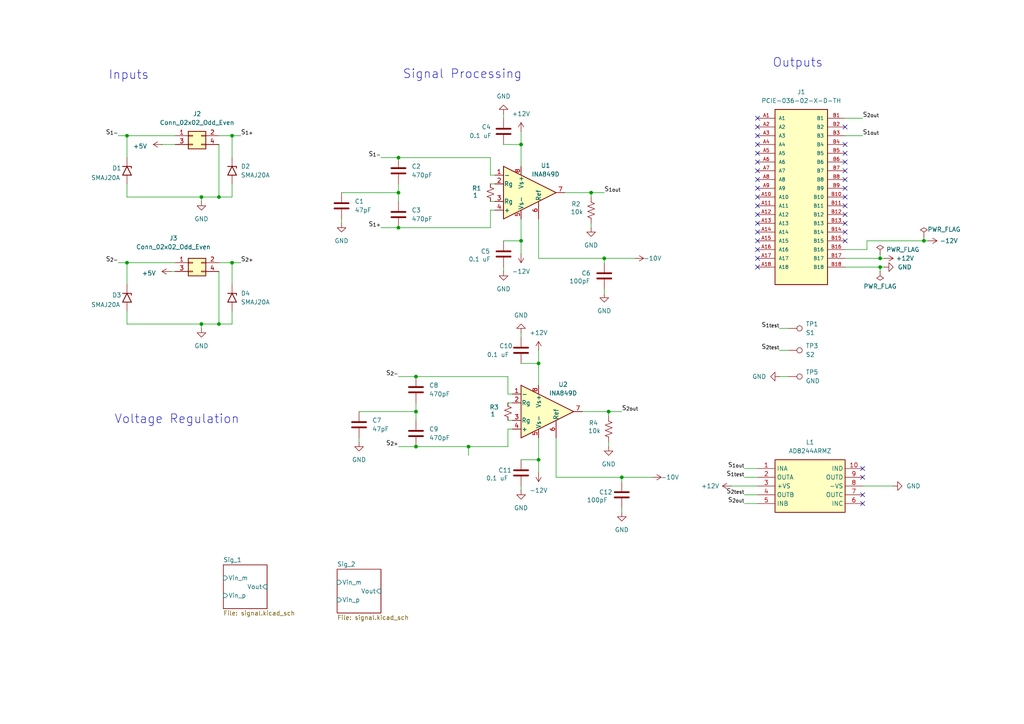
<source format=kicad_sch>
(kicad_sch (version 20250114) (generator "eeschema") (generator_version "9.0")
  (paper "A4")
  (lib_symbols
    (symbol "Connector:TestPoint" (pin_numbers (hide yes)) (pin_names (offset 0.762) (hide yes))
      (property "Reference" "TP" (at 0 6.858 0))
      (property "Value" "TestPoint" (at 0 5.08 0))
      (symbol "TestPoint_0_1"
        (circle (center 0 3.302) (radius 0.762))
      )
      (symbol "TestPoint_1_1"
        (pin passive line (at 0 0 90) (length 2.54) (name "1") (number "1"))
      )
    )
    (symbol "Connector_Generic:Conn_02x02_Odd_Even" (pin_names (offset 1.016) (hide yes))
      (property "Reference" "J" (at 1.27 2.54 0))
      (property "Value" "Conn_02x02_Odd_Even" (at 1.27 -5.08 0))
      (symbol "Conn_02x02_Odd_Even_1_1"
        (rectangle (start -1.27 1.27) (end 3.81 -3.81) (stroke (width 0.254)) (fill (type background)))
        (rectangle (start -1.27 0.127) (end 0 -0.127) (stroke (width 0.1524)))
        (rectangle (start -1.27 -2.413) (end 0 -2.667) (stroke (width 0.1524)))
        (rectangle (start 3.81 0.127) (end 2.54 -0.127) (stroke (width 0.1524)))
        (rectangle (start 3.81 -2.413) (end 2.54 -2.667) (stroke (width 0.1524)))
        (pin passive line (at -5.08 0 0) (length 3.81) (name "Pin_1") (number "1"))
        (pin passive line (at -5.08 -2.54 0) (length 3.81) (name "Pin_3") (number "3"))
        (pin passive line (at 7.62 0 180) (length 3.81) (name "Pin_2") (number "2"))
        (pin passive line (at 7.62 -2.54 180) (length 3.81) (name "Pin_4") (number "4"))
      )
    )
    (symbol "Device:C" (pin_numbers (hide yes)) (pin_names (offset 0.254))
      (property "Reference" "C" (at 0.635 2.54 0))
      (property "Value" "C" (at 0.635 -2.54 0))
      (symbol "C_0_1"
        (polyline (pts (xy -2.032 0.762) (xy 2.032 0.762)) (stroke (width 0.508)))
        (polyline (pts (xy -2.032 -0.762) (xy 2.032 -0.762)) (stroke (width 0.508)))
      )
      (symbol "C_1_1"
        (pin passive line (at 0 3.81 270) (length 2.794) (name "~") (number "1"))
        (pin passive line (at 0 -3.81 90) (length 2.794) (name "~") (number "2"))
      )
    )
    (symbol "Device:R_Small_US" (pin_numbers (hide yes)) (pin_names (offset 0.254) (hide yes))
      (property "Reference" "R" (at 0.762 0.508 0))
      (property "Value" "R_Small_US" (at 0.762 -1.016 0))
      (symbol "R_Small_US_1_1"
        (polyline (pts (xy 0 1.524) (xy 1.016 1.143) (xy 0 0.762) (xy -1.016 0.381) (xy 0 0)))
        (polyline (pts (xy 0 0) (xy 1.016 -0.381) (xy 0 -0.762) (xy -1.016 -1.143) (xy 0 -1.524)))
        (pin passive line (at 0 2.54 270) (length 1.016) (name "~") (number "1"))
        (pin passive line (at 0 -2.54 90) (length 1.016) (name "~") (number "2"))
      )
    )
    (symbol "Device:R_US" (pin_numbers (hide yes)) (pin_names (offset 0))
      (property "Reference" "R" (at 2.54 0 90))
      (property "Value" "R_US" (at -2.54 0 90))
      (symbol "R_US_0_1"
        (polyline (pts (xy 0 2.286) (xy 0 2.54)))
        (polyline (pts (xy 0 2.286) (xy 1.016 1.905) (xy 0 1.524) (xy -1.016 1.143) (xy 0 0.762)))
        (polyline (pts (xy 0 0.762) (xy 1.016 0.381) (xy 0 0) (xy -1.016 -0.381) (xy 0 -0.762)))
        (polyline (pts (xy 0 -0.762) (xy 1.016 -1.143) (xy 0 -1.524) (xy -1.016 -1.905) (xy 0 -2.286)))
        (polyline (pts (xy 0 -2.286) (xy 0 -2.54)))
      )
      (symbol "R_US_1_1"
        (pin passive line (at 0 3.81 270) (length 1.27) (name "~") (number "1"))
        (pin passive line (at 0 -3.81 90) (length 1.27) (name "~") (number "2"))
      )
    )
    (symbol "Diode:SMAJ20A" (pin_numbers (hide yes)) (pin_names (offset 1.016) (hide yes))
      (property "Reference" "D" (at 0 2.54 0))
      (property "Value" "SMAJ20A" (at 0 -2.54 0))
      (symbol "SMAJ20A_0_1"
        (polyline (pts (xy -0.762 1.27) (xy -1.27 1.27) (xy -1.27 -1.27)) (stroke (width 0.254)))
        (polyline (pts (xy 1.27 1.27) (xy 1.27 -1.27) (xy -1.27 0) (xy 1.27 1.27)) (stroke (width 0.254)))
      )
      (symbol "SMAJ20A_1_1"
        (pin passive line (at -3.81 0 0) (length 2.54) (name "A1") (number "1"))
        (pin passive line (at 3.81 0 180) (length 2.54) (name "A2") (number "2"))
      )
    )
    (symbol "Link Components:AD8244ARMZ"
      (property "Reference" "L" (at 26.67 7.62 0))
      (property "Value" "AD8244ARMZ" (at 26.67 5.08 0))
      (symbol "AD8244ARMZ_1_1"
        (rectangle (start 5.08 2.54) (end 25.4 -12.7) (stroke (width 0.254)) (fill (type background)))
        (pin passive line (at 0 0 0) (length 5.08) (name "INA") (number "1"))
        (pin passive line (at 0 -2.54 0) (length 5.08) (name "OUTA") (number "2"))
        (pin passive line (at 0 -5.08 0) (length 5.08) (name "+VS") (number "3"))
        (pin passive line (at 0 -7.62 0) (length 5.08) (name "OUTB") (number "4"))
        (pin passive line (at 0 -10.16 0) (length 5.08) (name "INB") (number "5"))
        (pin passive line (at 30.48 0 180) (length 5.08) (name "IND") (number "10"))
        (pin passive line (at 30.48 -2.54 180) (length 5.08) (name "OUTD") (number "9"))
        (pin passive line (at 30.48 -5.08 180) (length 5.08) (name "-VS") (number "8"))
        (pin passive line (at 30.48 -7.62 180) (length 5.08) (name "OUTC") (number "7"))
        (pin passive line (at 30.48 -10.16 180) (length 5.08) (name "INC") (number "6"))
      )
    )
    (symbol "Link Components:INA849D" (pin_names (offset 0.127))
      (property "Reference" "U1" (at 8.382 7.366 0))
      (property "Value" "INA849D" (at 8.382 4.826 0))
      (symbol "INA849D_0_1"
        (polyline (pts (xy -5.08 7.62) (xy -5.08 -7.62) (xy 10.16 0) (xy -5.08 7.62)) (stroke (width 0.254)) (fill (type background)))
      )
      (symbol "INA849D_1_1"
        (pin input line (at -7.62 5.08 0) (length 2.54) (name "-") (number "1"))
        (pin passive line (at -7.62 2.54 0) (length 2.54) (name "Rg") (number "2"))
        (pin passive line (at -7.62 -2.54 0) (length 2.54) (name "Rg") (number "3"))
        (pin input line (at -7.62 -5.08 0) (length 2.54) (name "+") (number "4"))
        (pin power_in line (at 0 7.62 270) (length 2.54) (name "Vs+") (number "8"))
        (pin power_in line (at 0 -7.62 90) (length 2.54) (name "Vs-") (number "5"))
        (pin passive line (at 5.08 -7.62 90) (length 5.08) (name "Ref") (number "6"))
        (pin output line (at 12.7 0 180) (length 2.54) (name "~") (number "7"))
      )
    )
    (symbol "Link_Components:PCIE-036-02-X-D-TH" (pin_names (offset 1.016))
      (property "Reference" "J1" (at 0 30.48 0))
      (property "Value" "PCIE-036-02-X-D-TH" (at 0 27.94 0))
      (symbol "PCIE-036-02-X-D-TH_0_0"
        (rectangle (start -7.62 -25.4) (end 7.62 25.4) (stroke (width 0.254)) (fill (type background)))
        (pin passive line (at -12.7 22.86 0) (length 5.08) (name "A1") (number "A1"))
        (pin passive line (at -12.7 20.32 0) (length 5.08) (name "A2") (number "A2"))
        (pin passive line (at -12.7 17.78 0) (length 5.08) (name "A3") (number "A3"))
        (pin passive line (at -12.7 15.24 0) (length 5.08) (name "A4") (number "A4"))
        (pin passive line (at -12.7 12.7 0) (length 5.08) (name "A5") (number "A5"))
        (pin passive line (at -12.7 10.16 0) (length 5.08) (name "A6") (number "A6"))
        (pin passive line (at -12.7 7.62 0) (length 5.08) (name "A7") (number "A7"))
        (pin passive line (at -12.7 5.08 0) (length 5.08) (name "A8") (number "A8"))
        (pin passive line (at -12.7 2.54 0) (length 5.08) (name "A9") (number "A9"))
        (pin passive line (at -12.7 0 0) (length 5.08) (name "A10") (number "A10"))
        (pin passive line (at -12.7 -2.54 0) (length 5.08) (name "A11") (number "A11"))
        (pin passive line (at -12.7 -5.08 0) (length 5.08) (name "A12") (number "A12"))
        (pin passive line (at -12.7 -7.62 0) (length 5.08) (name "A13") (number "A13"))
        (pin passive line (at -12.7 -10.16 0) (length 5.08) (name "A14") (number "A14"))
        (pin passive line (at -12.7 -12.7 0) (length 5.08) (name "A15") (number "A15"))
        (pin passive line (at -12.7 -15.24 0) (length 5.08) (name "A16") (number "A16"))
        (pin passive line (at -12.7 -17.78 0) (length 5.08) (name "A17") (number "A17"))
        (pin passive line (at -12.7 -20.32 0) (length 5.08) (name "A18") (number "A18"))
        (pin passive line (at 12.7 22.86 180) (length 5.08) (name "B1") (number "B1"))
        (pin passive line (at 12.7 20.32 180) (length 5.08) (name "B2") (number "B2"))
        (pin passive line (at 12.7 17.78 180) (length 5.08) (name "B3") (number "B3"))
        (pin passive line (at 12.7 15.24 180) (length 5.08) (name "B4") (number "B4"))
        (pin passive line (at 12.7 12.7 180) (length 5.08) (name "B5") (number "B5"))
        (pin passive line (at 12.7 10.16 180) (length 5.08) (name "B6") (number "B6"))
        (pin passive line (at 12.7 7.62 180) (length 5.08) (name "B7") (number "B7"))
        (pin passive line (at 12.7 5.08 180) (length 5.08) (name "B8") (number "B8"))
        (pin passive line (at 12.7 2.54 180) (length 5.08) (name "B9") (number "B9"))
        (pin passive line (at 12.7 0 180) (length 5.08) (name "B10") (number "B10"))
        (pin passive line (at 12.7 -2.54 180) (length 5.08) (name "B11") (number "B11"))
        (pin passive line (at 12.7 -5.08 180) (length 5.08) (name "B12") (number "B12"))
        (pin passive line (at 12.7 -7.62 180) (length 5.08) (name "B13") (number "B13"))
        (pin passive line (at 12.7 -10.16 180) (length 5.08) (name "B14") (number "B14"))
        (pin passive line (at 12.7 -12.7 180) (length 5.08) (name "B15") (number "B15"))
        (pin passive line (at 12.7 -15.24 180) (length 5.08) (name "B16") (number "B16"))
        (pin passive line (at 12.7 -20.32 180) (length 5.08) (name "B18") (number "B18"))
      )
      (symbol "PCIE-036-02-X-D-TH_1_0"
        (pin passive line (at 12.7 -17.78 180) (length 5.08) (name "B17") (number "B17"))
      )
    )
    (symbol "power:+12V" (power) (pin_numbers (hide yes)) (pin_names (offset 0) (hide yes))
      (property "Value" "+12V" (at 0 3.556 0))
      (symbol "+12V_0_1"
        (polyline (pts (xy -0.762 1.27) (xy 0 2.54)))
        (polyline (pts (xy 0 2.54) (xy 0.762 1.27)))
        (polyline (pts (xy 0 0) (xy 0 2.54)))
      )
      (symbol "+12V_1_1"
        (pin power_in line (at 0 0 90) (length 0) (name "~") (number "1"))
      )
    )
    (symbol "power:GND" (power) (pin_numbers (hide yes)) (pin_names (offset 0) (hide yes))
      (property "Value" "GND" (at 0 -3.81 0))
      (symbol "GND_0_1"
        (polyline (pts (xy 0 0) (xy 0 -1.27) (xy 1.27 -1.27) (xy 0 -2.54) (xy -1.27 -1.27) (xy 0 -1.27)))
      )
      (symbol "GND_1_1"
        (pin power_in line (at 0 0 270) (length 0) (name "~") (number "1"))
      )
    )
    (symbol "power:PWR_FLAG" (power) (pin_numbers (hide yes)) (pin_names (offset 0) (hide yes))
      (property "Value" "PWR_FLAG" (at 0 3.81 0))
      (symbol "PWR_FLAG_0_0"
        (pin power_out line (at 0 0 90) (length 0) (name "~") (number "1"))
      )
      (symbol "PWR_FLAG_0_1"
        (polyline (pts (xy 0 0) (xy 0 1.27) (xy -1.016 1.905) (xy 0 2.54) (xy 1.016 1.905) (xy 0 1.27)))
      )
    )
  )
  (text "Voltage Regulation\n" (at 51.308 121.666 0) (effects (font (size 2.54 2.54))))
  (text "Inputs\n" (at 37.338 21.844 0) (effects (font (size 2.54 2.54))))
  (text "Signal Processing" (at 134.112 21.59 0) (effects (font (size 2.54 2.54))))
  (text "Outputs" (at 231.394 18.288 0) (effects (font (size 2.54 2.54))))
  (junction (at 176.53 119.38))
  (junction (at 36.83 76.2))
  (junction (at 67.31 39.37))
  (junction (at 120.65 119.38))
  (junction (at 120.65 109.22))
  (junction (at 151.13 69.85))
  (junction (at 58.42 57.15))
  (junction (at 115.57 55.88))
  (junction (at 171.45 55.88))
  (junction (at 120.65 129.54))
  (junction (at 156.21 105.41))
  (junction (at 58.42 93.98))
  (junction (at 115.57 66.04))
  (junction (at 255.27 74.93))
  (junction (at 267.97 69.85))
  (junction (at 255.27 77.47))
  (junction (at 156.21 133.35))
  (junction (at 67.31 76.2))
  (junction (at 115.57 45.72))
  (junction (at 36.83 39.37))
  (junction (at 63.5 93.98))
  (junction (at 175.26 74.93))
  (junction (at 180.34 138.43))
  (junction (at 151.13 41.91))
  (junction (at 135.89 129.54))
  (junction (at 63.5 57.15))
  (no_connect (at 250.19 146.05))
  (no_connect (at 219.71 77.47))
  (no_connect (at 245.11 64.77))
  (no_connect (at 219.71 69.85))
  (no_connect (at 219.71 59.69))
  (no_connect (at 219.71 72.39))
  (no_connect (at 245.11 59.69))
  (no_connect (at 219.71 46.99))
  (no_connect (at 245.11 41.91))
  (no_connect (at 245.11 57.15))
  (no_connect (at 219.71 62.23))
  (no_connect (at 245.11 67.31))
  (no_connect (at 219.71 74.93))
  (no_connect (at 219.71 52.07))
  (no_connect (at 219.71 64.77))
  (no_connect (at 219.71 67.31))
  (no_connect (at 250.19 138.43))
  (no_connect (at 219.71 54.61))
  (no_connect (at 245.11 52.07))
  (no_connect (at 245.11 69.85))
  (no_connect (at 250.19 143.51))
  (no_connect (at 245.11 54.61))
  (no_connect (at 219.71 44.45))
  (no_connect (at 219.71 36.83))
  (no_connect (at 219.71 39.37))
  (no_connect (at 245.11 44.45))
  (no_connect (at 219.71 49.53))
  (no_connect (at 250.19 135.89))
  (no_connect (at 245.11 36.83))
  (no_connect (at 245.11 49.53))
  (no_connect (at 219.71 57.15))
  (no_connect (at 219.71 41.91))
  (no_connect (at 219.71 34.29))
  (no_connect (at 245.11 46.99))
  (no_connect (at 245.11 62.23))
  (wire (pts (xy 151.13 41.91) (xy 146.05 41.91)))
  (wire (pts (xy 255.27 73.66) (xy 255.27 74.93)))
  (wire (pts (xy 142.24 50.8) (xy 142.24 45.72)))
  (wire (pts (xy 151.13 63.5) (xy 151.13 69.85)))
  (wire (pts (xy 161.29 138.43) (xy 180.34 138.43)))
  (wire (pts (xy 67.31 39.37) (xy 63.5 39.37)))
  (wire (pts (xy 104.14 119.38) (xy 120.65 119.38)))
  (wire (pts (xy 163.83 55.88) (xy 171.45 55.88)))
  (wire (pts (xy 135.89 129.54) (xy 147.32 129.54)))
  (wire (pts (xy 58.42 93.98) (xy 36.83 93.98)))
  (wire (pts (xy 36.83 76.2) (xy 50.8 76.2)))
  (wire (pts (xy 176.53 129.54) (xy 176.53 128.27)))
  (wire (pts (xy 142.24 60.96) (xy 143.51 60.96)))
  (wire (pts (xy 36.83 39.37) (xy 36.83 45.72)))
  (wire (pts (xy 36.83 39.37) (xy 50.8 39.37)))
  (wire (pts (xy 147.32 114.3) (xy 147.32 109.22)))
  (wire (pts (xy 215.9 143.51) (xy 219.71 143.51)))
  (wire (pts (xy 156.21 74.93) (xy 175.26 74.93)))
  (wire (pts (xy 67.31 57.15) (xy 67.31 53.34)))
  (wire (pts (xy 215.9 135.89) (xy 219.71 135.89)))
  (wire (pts (xy 171.45 66.04) (xy 171.45 64.77)))
  (wire (pts (xy 245.11 39.37) (xy 250.19 39.37)))
  (wire (pts (xy 115.57 109.22) (xy 120.65 109.22)))
  (wire (pts (xy 245.11 77.47) (xy 255.27 77.47)))
  (wire (pts (xy 156.21 105.41) (xy 151.13 105.41)))
  (wire (pts (xy 115.57 55.88) (xy 115.57 58.42)))
  (wire (pts (xy 156.21 74.93) (xy 156.21 63.5)))
  (wire (pts (xy 161.29 138.43) (xy 161.29 127)))
  (wire (pts (xy 115.57 66.04) (xy 142.24 66.04)))
  (wire (pts (xy 151.13 69.85) (xy 151.13 73.66)))
  (wire (pts (xy 245.11 34.29) (xy 250.19 34.29)))
  (wire (pts (xy 147.32 124.46) (xy 148.59 124.46)))
  (wire (pts (xy 34.29 39.37) (xy 36.83 39.37)))
  (wire (pts (xy 142.24 58.42) (xy 143.51 58.42)))
  (wire (pts (xy 176.53 119.38) (xy 180.34 119.38)))
  (wire (pts (xy 36.83 57.15) (xy 36.83 53.34)))
  (wire (pts (xy 156.21 127) (xy 156.21 133.35)))
  (wire (pts (xy 171.45 55.88) (xy 175.26 55.88)))
  (wire (pts (xy 267.97 68.58) (xy 267.97 69.85)))
  (wire (pts (xy 180.34 139.7) (xy 180.34 138.43)))
  (wire (pts (xy 34.29 76.2) (xy 36.83 76.2)))
  (wire (pts (xy 135.89 132.08) (xy 135.89 129.54)))
  (wire (pts (xy 58.42 57.15) (xy 36.83 57.15)))
  (wire (pts (xy 142.24 53.34) (xy 143.51 53.34)))
  (wire (pts (xy 267.97 69.85) (xy 269.24 69.85)))
  (wire (pts (xy 58.42 93.98) (xy 63.5 93.98)))
  (wire (pts (xy 255.27 77.47) (xy 256.54 77.47)))
  (wire (pts (xy 36.83 76.2) (xy 36.83 82.55)))
  (wire (pts (xy 63.5 93.98) (xy 67.31 93.98)))
  (wire (pts (xy 151.13 140.97) (xy 151.13 142.24)))
  (wire (pts (xy 156.21 133.35) (xy 156.21 137.16)))
  (wire (pts (xy 115.57 129.54) (xy 120.65 129.54)))
  (wire (pts (xy 151.13 96.52) (xy 151.13 97.79)))
  (wire (pts (xy 147.32 116.84) (xy 148.59 116.84)))
  (wire (pts (xy 212.09 140.97) (xy 219.71 140.97)))
  (wire (pts (xy 151.13 41.91) (xy 151.13 48.26)))
  (wire (pts (xy 67.31 76.2) (xy 63.5 76.2)))
  (wire (pts (xy 146.05 77.47) (xy 146.05 78.74)))
  (wire (pts (xy 36.83 93.98) (xy 36.83 90.17)))
  (wire (pts (xy 251.46 72.39) (xy 251.46 69.85)))
  (wire (pts (xy 115.57 53.34) (xy 115.57 55.88)))
  (wire (pts (xy 156.21 101.6) (xy 156.21 105.41)))
  (wire (pts (xy 215.9 146.05) (xy 219.71 146.05)))
  (wire (pts (xy 63.5 57.15) (xy 67.31 57.15)))
  (wire (pts (xy 58.42 57.15) (xy 63.5 57.15)))
  (wire (pts (xy 99.06 55.88) (xy 115.57 55.88)))
  (wire (pts (xy 63.5 78.74) (xy 63.5 93.98)))
  (wire (pts (xy 67.31 82.55) (xy 67.31 76.2)))
  (wire (pts (xy 110.49 45.72) (xy 115.57 45.72)))
  (wire (pts (xy 120.65 116.84) (xy 120.65 119.38)))
  (wire (pts (xy 255.27 78.74) (xy 255.27 77.47)))
  (wire (pts (xy 256.54 74.93) (xy 255.27 74.93)))
  (wire (pts (xy 156.21 133.35) (xy 151.13 133.35)))
  (wire (pts (xy 67.31 93.98) (xy 67.31 90.17)))
  (wire (pts (xy 104.14 127) (xy 104.14 128.27)))
  (wire (pts (xy 226.06 109.22) (xy 228.6 109.22)))
  (wire (pts (xy 120.65 129.54) (xy 135.89 129.54)))
  (wire (pts (xy 226.06 101.6) (xy 228.6 101.6)))
  (wire (pts (xy 180.34 138.43) (xy 189.23 138.43)))
  (wire (pts (xy 142.24 66.04) (xy 142.24 60.96)))
  (wire (pts (xy 67.31 39.37) (xy 67.31 45.72)))
  (wire (pts (xy 110.49 66.04) (xy 115.57 66.04)))
  (wire (pts (xy 251.46 69.85) (xy 267.97 69.85)))
  (wire (pts (xy 46.99 41.91) (xy 50.8 41.91)))
  (wire (pts (xy 151.13 69.85) (xy 146.05 69.85)))
  (wire (pts (xy 120.65 119.38) (xy 120.65 121.92)))
  (wire (pts (xy 120.65 109.22) (xy 147.32 109.22)))
  (wire (pts (xy 147.32 114.3) (xy 148.59 114.3)))
  (wire (pts (xy 245.11 72.39) (xy 251.46 72.39)))
  (wire (pts (xy 180.34 148.59) (xy 180.34 147.32)))
  (wire (pts (xy 245.11 74.93) (xy 255.27 74.93)))
  (wire (pts (xy 146.05 33.02) (xy 146.05 34.29)))
  (wire (pts (xy 63.5 41.91) (xy 63.5 57.15)))
  (wire (pts (xy 151.13 38.1) (xy 151.13 41.91)))
  (wire (pts (xy 147.32 121.92) (xy 148.59 121.92)))
  (wire (pts (xy 99.06 63.5) (xy 99.06 64.77)))
  (wire (pts (xy 171.45 57.15) (xy 171.45 55.88)))
  (wire (pts (xy 69.85 76.2) (xy 67.31 76.2)))
  (wire (pts (xy 142.24 50.8) (xy 143.51 50.8)))
  (wire (pts (xy 175.26 76.2) (xy 175.26 74.93)))
  (wire (pts (xy 176.53 120.65) (xy 176.53 119.38)))
  (wire (pts (xy 175.26 85.09) (xy 175.26 83.82)))
  (wire (pts (xy 250.19 140.97) (xy 259.08 140.97)))
  (wire (pts (xy 147.32 129.54) (xy 147.32 124.46)))
  (wire (pts (xy 226.06 95.25) (xy 228.6 95.25)))
  (wire (pts (xy 168.91 119.38) (xy 176.53 119.38)))
  (wire (pts (xy 115.57 45.72) (xy 142.24 45.72)))
  (wire (pts (xy 58.42 95.25) (xy 58.42 93.98)))
  (wire (pts (xy 175.26 74.93) (xy 184.15 74.93)))
  (wire (pts (xy 156.21 105.41) (xy 156.21 111.76)))
  (wire (pts (xy 49.53 78.74) (xy 50.8 78.74)))
  (wire (pts (xy 215.9 138.43) (xy 219.71 138.43)))
  (wire (pts (xy 58.42 58.42) (xy 58.42 57.15)))
  (wire (pts (xy 69.85 39.37) (xy 67.31 39.37)))
  (label "S_{1out}" (at 250.19 39.37 0))
  (label "S_{2out}" (at 180.34 119.38 0))
  (label "S_{2out}" (at 250.19 34.29 0))
  (label "S_{2-}" (at 115.57 109.22 180))
  (label "S_{1-}" (at 34.29 39.37 180))
  (label "S_{1+}" (at 69.85 39.37 0))
  (label "S_{1-}" (at 110.49 45.72 180))
  (label "S_{2+}" (at 115.57 129.54 180))
  (label "S_{1test}" (at 215.9 138.43 180))
  (label "S_{2test}" (at 215.9 143.51 180))
  (label "S_{1+}" (at 110.49 66.04 180))
  (label "S_{2test}" (at 226.06 101.6 180))
  (label "S_{2+}" (at 69.85 76.2 0))
  (label "S_{2-}" (at 34.29 76.2 180))
  (label "S_{1out}" (at 215.9 135.89 180))
  (label "S_{2out}" (at 215.9 146.05 180))
  (label "S_{1out}" (at 175.26 55.88 0))
  (label "S_{1test}" (at 226.06 95.25 180))
  (symbol (lib_id "Device:C") (at 146.05 73.66 0) (unit 1)
    (property "Reference" "C5" (at 139.446 72.898 0) (effects (justify left)))
    (property "Value" "0.1 uF" (at 135.89 75.184 0) (effects (justify left)))
    (property "Footprint" "Capacitor_SMD:C_0603_1608Metric" (effects (hide yes)))
    (property "Description" "Unpolarized capacitor" (effects (hide yes)))
  )
  (symbol (lib_id "power:GND") (at 180.34 148.59 0) (unit 1)
    (property "Reference" "#PWR023" (effects (hide yes)))
    (property "Value" "GND" (at 180.34 153.67 0))
    (property "Description" "Power symbol creates a global label with name \"GND\" , ground" (effects (hide yes)))
  )
  (symbol (lib_id "Device:R_Small_US") (at 142.24 55.88 0) (unit 1)
    (property "Reference" "R1" (at 136.906 54.61 0) (effects (justify left)))
    (property "Value" "1" (at 137.16 56.642 0) (effects (justify left)))
    (property "Footprint" "Resistor_SMD:R_0805_2012Metric" (effects (hide yes)))
    (property "Description" "Resistor, small US symbol" (effects (hide yes)))
  )
  (symbol (lib_id "Link Components:INA849D") (at 156.21 119.38 0) (unit 1)
    (property "Reference" "U2" (at 163.322 111.506 0))
    (property "Value" "INA849D" (at 163.322 114.046 0))
    (property "Footprint" "Link Footprints:INA849" (effects (hide yes)))
    (property "Datasheet" "https://www.ti.com/lit/ds/symlink/ina849.pdf" (effects (hide yes)))
    (property "Description" "Ultra-Low-Noise (1 nV/√Hz), 28 MHz Bandwidth, Instrumentation Amplifier, Supply Range 8V to 36V, SOIC-8" (effects (hide yes)))
  )
  (symbol (lib_id "Device:C") (at 175.26 80.01 0) (unit 1)
    (property "Reference" "C6" (at 168.656 79.248 0) (effects (justify left)))
    (property "Value" "100pF" (at 165.1 81.534 0) (effects (justify left)))
    (property "Footprint" "Capacitor_SMD:C_0603_1608Metric" (effects (hide yes)))
    (property "Description" "Unpolarized capacitor" (effects (hide yes)))
  )
  (symbol (lib_id "Diode:SMAJ20A") (at 36.83 49.53 270) (unit 1)
    (property "Reference" "D1" (at 32.512 48.768 90) (effects (justify left)))
    (property "Value" "SMAJ20A" (at 26.416 51.562 90) (effects (justify left)))
    (property "Footprint" "Diode_SMD:D_SMA" (effects (hide yes)))
    (property "Datasheet" "https://www.littelfuse.com/media?resourcetype=datasheets&itemid=75e32973-b177-4ee3-a0ff-cedaf1abdb93&filename=smaj-datasheet" (effects (hide yes)))
    (property "Description" "400W unidirectional Transient Voltage Suppressor, 20.0Vr, SMA(DO-214AC)" (effects (hide yes)))
  )
  (symbol (lib_id "power:GND") (at 58.42 58.42 0) (unit 1)
    (property "Reference" "#PWR026" (effects (hide yes)))
    (property "Value" "GND" (at 58.42 63.5 0))
    (property "Description" "Power symbol creates a global label with name \"GND\" , ground" (effects (hide yes)))
  )
  (symbol (lib_id "Device:C") (at 151.13 101.6 180) (unit 1)
    (property "Reference" "C10" (at 144.78 100.33 0) (effects (justify right)))
    (property "Value" "0.1 uF" (at 141.224 102.87 0) (effects (justify right)))
    (property "Footprint" "Capacitor_SMD:C_0603_1608Metric" (effects (hide yes)))
    (property "Description" "Unpolarized capacitor" (effects (hide yes)))
  )
  (symbol (lib_id "power:+12V") (at 256.54 74.93 270) (unit 1)
    (property "Reference" "#PWR04" (effects (hide yes)))
    (property "Value" "+12V" (at 259.842 74.93 90) (effects (justify left)))
    (property "Description" "Power symbol creates a global label with name \"+12V\"" (effects (hide yes)))
  )
  (symbol (lib_id "Connector:TestPoint") (at 228.6 95.25 270) (unit 1)
    (property "Reference" "TP1" (at 233.68 93.9799 90) (effects (justify left)))
    (property "Value" "S1" (at 233.68 96.5199 90) (effects (justify left)))
    (property "Footprint" "Link Footprints:Keystone_5017" (effects (hide yes)))
    (property "Description" "test point" (effects (hide yes)))
  )
  (symbol (lib_id "power:+12V") (at 156.21 137.16 180) (unit 1)
    (property "Reference" "#PWR019" (effects (hide yes)))
    (property "Value" "-12V" (at 156.21 142.24 0))
    (property "Description" "Power symbol creates a global label with name \"+12V\"" (effects (hide yes)))
  )
  (symbol (lib_id "Device:R_Small_US") (at 147.32 119.38 0) (unit 1)
    (property "Reference" "R3" (at 141.986 118.11 0) (effects (justify left)))
    (property "Value" "1" (at 142.24 120.142 0) (effects (justify left)))
    (property "Footprint" "Resistor_SMD:R_0805_2012Metric" (effects (hide yes)))
    (property "Description" "Resistor, small US symbol" (effects (hide yes)))
  )
  (symbol (lib_id "power:+12V") (at 49.53 78.74 90) (unit 1)
    (property "Reference" "#PWR021" (effects (hide yes)))
    (property "Value" "+5V" (at 43.18 79.248 90))
    (property "Description" "Power symbol creates a global label with name \"+12V\"" (effects (hide yes)))
  )
  (symbol (lib_id "power:PWR_FLAG") (at 255.27 78.74 180) (unit 1)
    (property "Reference" "#FLG03" (effects (hide yes)))
    (property "Value" "PWR_FLAG" (at 255.27 83.058 0))
    (property "Description" "Special symbol for telling ERC where power comes from" (effects (hide yes)))
  )
  (symbol (lib_id "power:GND") (at 175.26 85.09 0) (unit 1)
    (property "Reference" "#PWR015" (effects (hide yes)))
    (property "Value" "GND" (at 175.26 90.17 0))
    (property "Description" "Power symbol creates a global label with name \"GND\" , ground" (effects (hide yes)))
  )
  (symbol (lib_id "power:PWR_FLAG") (at 267.97 68.58 0) (unit 1)
    (property "Reference" "#FLG04" (effects (hide yes)))
    (property "Value" "PWR_FLAG" (at 273.812 66.548 0))
    (property "Description" "Special symbol for telling ERC where power comes from" (effects (hide yes)))
  )
  (symbol (lib_id "power:+12V") (at 212.09 140.97 90) (unit 1)
    (property "Reference" "#PWR07" (effects (hide yes)))
    (property "Value" "+12V" (at 205.994 140.97 90))
    (property "Description" "Power symbol creates a global label with name \"+12V\"" (effects (hide yes)))
  )
  (symbol (lib_id "Connector_Generic:Conn_02x02_Odd_Even") (at 55.88 76.2 0) (unit 1)
    (property "Reference" "J3" (at 50.292 69.088 0))
    (property "Value" "Conn_02x02_Odd_Even" (at 50.292 71.628 0))
    (property "Footprint" "Link Footprints:PC-1053864" (effects (hide yes)))
    (property "Description" "Generic connector, double row, 02x02, odd/even pin numbering scheme (row 1 odd numbers, row 2 even numbers), script generated (kicad-library-utils/schlib/autogen/connector/)" (effects (hide yes)))
  )
  (symbol (lib_id "Device:C") (at 115.57 62.23 180) (unit 1)
    (property "Reference" "C3" (at 119.38 60.9599 0) (effects (justify right)))
    (property "Value" "470pF" (at 119.38 63.4999 0) (effects (justify right)))
    (property "Footprint" "Capacitor_SMD:C_0603_1608Metric" (effects (hide yes)))
    (property "Description" "Unpolarized capacitor" (effects (hide yes)))
  )
  (symbol (lib_id "power:GND") (at 99.06 64.77 0) (unit 1)
    (property "Reference" "#PWR03" (effects (hide yes)))
    (property "Value" "GND" (at 99.06 69.85 0))
    (property "Description" "Power symbol creates a global label with name \"GND\" , ground" (effects (hide yes)))
  )
  (symbol (lib_id "power:+12V") (at 184.15 74.93 270) (unit 1)
    (property "Reference" "#PWR014" (effects (hide yes)))
    (property "Value" "-10V" (at 189.23 74.93 90))
    (property "Description" "Power symbol creates a global label with name \"+12V\"" (effects (hide yes)))
  )
  (symbol (lib_id "Device:R_US") (at 171.45 60.96 180) (unit 1)
    (property "Reference" "R2" (at 168.402 59.182 0) (effects (justify left)))
    (property "Value" "10k" (at 169.164 61.4681 0) (effects (justify left)))
    (property "Footprint" "Resistor_SMD:R_0805_2012Metric" (effects (hide yes)))
    (property "Description" "Resistor, US symbol" (effects (hide yes)))
  )
  (symbol (lib_id "Connector:TestPoint") (at 228.6 109.22 270) (unit 1)
    (property "Reference" "TP5" (at 233.68 107.9499 90) (effects (justify left)))
    (property "Value" "GND" (at 233.68 110.4899 90) (effects (justify left)))
    (property "Footprint" "Link Footprints:Keystone_5017" (effects (hide yes)))
    (property "Description" "test point" (effects (hide yes)))
  )
  (symbol (lib_id "power:GND") (at 58.42 95.25 0) (unit 1)
    (property "Reference" "#PWR024" (effects (hide yes)))
    (property "Value" "GND" (at 58.42 100.33 0))
    (property "Description" "Power symbol creates a global label with name \"GND\" , ground" (effects (hide yes)))
  )
  (symbol (lib_id "Diode:SMAJ20A") (at 67.31 49.53 270) (unit 1)
    (property "Reference" "D2" (at 69.85 48.2599 90) (effects (justify left)))
    (property "Value" "SMAJ20A" (at 69.85 50.7999 90) (effects (justify left)))
    (property "Footprint" "Diode_SMD:D_SMA" (effects (hide yes)))
    (property "Datasheet" "https://www.littelfuse.com/media?resourcetype=datasheets&itemid=75e32973-b177-4ee3-a0ff-cedaf1abdb93&filename=smaj-datasheet" (effects (hide yes)))
    (property "Description" "400W unidirectional Transient Voltage Suppressor, 20.0Vr, SMA(DO-214AC)" (effects (hide yes)))
  )
  (symbol (lib_id "Device:C") (at 146.05 38.1 180) (unit 1)
    (property "Reference" "C4" (at 139.7 36.83 0) (effects (justify right)))
    (property "Value" "0.1 uF" (at 136.144 39.37 0) (effects (justify right)))
    (property "Footprint" "Capacitor_SMD:C_0603_1608Metric" (effects (hide yes)))
    (property "Description" "Unpolarized capacitor" (effects (hide yes)))
  )
  (symbol (lib_id "power:+12V") (at 46.99 41.91 90) (unit 1)
    (property "Reference" "#PWR06" (effects (hide yes)))
    (property "Value" "+5V" (at 40.64 42.418 90))
    (property "Description" "Power symbol creates a global label with name \"+12V\"" (effects (hide yes)))
  )
  (symbol (lib_id "power:GND") (at 259.08 140.97 90) (unit 1)
    (property "Reference" "#PWR018" (effects (hide yes)))
    (property "Value" "GND" (at 262.89 140.9699 90) (effects (justify right)))
    (property "Description" "Power symbol creates a global label with name \"GND\" , ground" (effects (hide yes)))
  )
  (symbol (lib_id "power:GND") (at 151.13 96.52 180) (unit 1)
    (property "Reference" "#PWR012" (effects (hide yes)))
    (property "Value" "GND" (at 151.13 91.44 0))
    (property "Description" "Power symbol creates a global label with name \"GND\" , ground" (effects (hide yes)))
  )
  (symbol (lib_id "Connector_Generic:Conn_02x02_Odd_Even") (at 55.88 39.37 0) (unit 1)
    (property "Reference" "J2" (at 57.15 33.02 0))
    (property "Value" "Conn_02x02_Odd_Even" (at 57.15 35.56 0))
    (property "Footprint" "Link Footprints:PC-1053864" (effects (hide yes)))
    (property "Description" "Generic connector, double row, 02x02, odd/even pin numbering scheme (row 1 odd numbers, row 2 even numbers), script generated (kicad-library-utils/schlib/autogen/connector/)" (effects (hide yes)))
  )
  (symbol (lib_id "power:+12V") (at 151.13 73.66 180) (unit 1)
    (property "Reference" "#PWR010" (effects (hide yes)))
    (property "Value" "-12V" (at 151.13 78.74 0))
    (property "Description" "Power symbol creates a global label with name \"+12V\"" (effects (hide yes)))
  )
  (symbol (lib_id "Connector:TestPoint") (at 228.6 101.6 270) (unit 1)
    (property "Reference" "TP3" (at 233.68 100.3299 90) (effects (justify left)))
    (property "Value" "S2" (at 233.68 102.8699 90) (effects (justify left)))
    (property "Footprint" "Link Footprints:Keystone_5017" (effects (hide yes)))
    (property "Description" "test point" (effects (hide yes)))
  )
  (symbol (lib_id "power:+12V") (at 269.24 69.85 270) (unit 1)
    (property "Reference" "#PWR09" (effects (hide yes)))
    (property "Value" "-12V" (at 272.542 69.85 90) (effects (justify left)))
    (property "Description" "Power symbol creates a global label with name \"+12V\"" (effects (hide yes)))
  )
  (symbol (lib_id "Diode:SMAJ20A") (at 67.31 86.36 270) (unit 1)
    (property "Reference" "D4" (at 69.85 85.0899 90) (effects (justify left)))
    (property "Value" "SMAJ20A" (at 69.85 87.6299 90) (effects (justify left)))
    (property "Footprint" "Diode_SMD:D_SMA" (effects (hide yes)))
    (property "Datasheet" "https://www.littelfuse.com/media?resourcetype=datasheets&itemid=75e32973-b177-4ee3-a0ff-cedaf1abdb93&filename=smaj-datasheet" (effects (hide yes)))
    (property "Description" "400W unidirectional Transient Voltage Suppressor, 20.0Vr, SMA(DO-214AC)" (effects (hide yes)))
  )
  (symbol (lib_id "power:GND") (at 171.45 66.04 0) (unit 1)
    (property "Reference" "#PWR013" (effects (hide yes)))
    (property "Value" "GND" (at 171.45 71.12 0))
    (property "Description" "Power symbol creates a global label with name \"GND\" , ground" (effects (hide yes)))
  )
  (symbol (lib_id "Device:C") (at 120.65 125.73 180) (unit 1)
    (property "Reference" "C9" (at 124.46 124.4599 0) (effects (justify right)))
    (property "Value" "470pF" (at 124.46 126.9999 0) (effects (justify right)))
    (property "Footprint" "Capacitor_SMD:C_0603_1608Metric" (effects (hide yes)))
    (property "Description" "Unpolarized capacitor" (effects (hide yes)))
  )
  (symbol (lib_id "Device:C") (at 180.34 143.51 0) (unit 1)
    (property "Reference" "C12" (at 173.736 142.748 0) (effects (justify left)))
    (property "Value" "100pF" (at 170.18 145.034 0) (effects (justify left)))
    (property "Footprint" "Capacitor_SMD:C_0603_1608Metric" (effects (hide yes)))
    (property "Description" "Unpolarized capacitor" (effects (hide yes)))
  )
  (symbol (lib_id "Link Components:INA849D") (at 151.13 55.88 0) (unit 1)
    (property "Reference" "U1" (at 158.242 48.006 0))
    (property "Value" "INA849D" (at 158.242 50.546 0))
    (property "Footprint" "Link Footprints:INA849" (effects (hide yes)))
    (property "Datasheet" "https://www.ti.com/lit/ds/symlink/ina849.pdf" (effects (hide yes)))
    (property "Description" "Ultra-Low-Noise (1 nV/√Hz), 28 MHz Bandwidth, Instrumentation Amplifier, Supply Range 8V to 36V, SOIC-8" (effects (hide yes)))
  )
  (symbol (lib_id "power:+12V") (at 151.13 38.1 0) (unit 1)
    (property "Reference" "#PWR05" (effects (hide yes)))
    (property "Value" "+12V" (at 151.13 33.02 0))
    (property "Description" "Power symbol creates a global label with name \"+12V\"" (effects (hide yes)))
  )
  (symbol (lib_id "Device:C") (at 151.13 137.16 0) (unit 1)
    (property "Reference" "C11" (at 144.526 136.398 0) (effects (justify left)))
    (property "Value" "0.1 uF" (at 140.97 138.684 0) (effects (justify left)))
    (property "Footprint" "Capacitor_SMD:C_0603_1608Metric" (effects (hide yes)))
    (property "Description" "Unpolarized capacitor" (effects (hide yes)))
  )
  (symbol (lib_id "Link_Components:PCIE-036-02-X-D-TH") (at 232.41 57.15 0) (unit 1)
    (property "Reference" "J1" (at 232.41 26.67 0))
    (property "Value" "PCIE-036-02-X-D-TH" (at 232.41 29.21 0))
    (property "Footprint" "Connector_PCBEdge:BUS_PCIexpress_x1" (effects (hide yes)))
    (property "PARTREV" "D" (effects (hide yes)))
    (property "STANDARD" "Manufacturer Recommendations" (effects (hide yes)))
    (property "MAXIMUM_PACKAGE_HEIGHT" "11.38mm" (effects (hide yes)))
    (property "MANUFACTURER" "Samtec Inc" (effects (hide yes)))
  )
  (symbol (lib_id "Diode:SMAJ20A") (at 36.83 86.36 270) (unit 1)
    (property "Reference" "D3" (at 32.512 85.598 90) (effects (justify left)))
    (property "Value" "SMAJ20A" (at 26.416 88.392 90) (effects (justify left)))
    (property "Footprint" "Diode_SMD:D_SMA" (effects (hide yes)))
    (property "Datasheet" "https://www.littelfuse.com/media?resourcetype=datasheets&itemid=75e32973-b177-4ee3-a0ff-cedaf1abdb93&filename=smaj-datasheet" (effects (hide yes)))
    (property "Description" "400W unidirectional Transient Voltage Suppressor, 20.0Vr, SMA(DO-214AC)" (effects (hide yes)))
  )
  (symbol (lib_id "power:GND") (at 151.13 142.24 0) (unit 1)
    (property "Reference" "#PWR016" (effects (hide yes)))
    (property "Value" "GND" (at 151.13 147.32 0))
    (property "Description" "Power symbol creates a global label with name \"GND\" , ground" (effects (hide yes)))
  )
  (symbol (lib_id "Link Components:AD8244ARMZ") (at 219.71 135.89 0) (unit 1)
    (property "Reference" "L1" (at 234.95 128.27 0))
    (property "Value" "AD8244ARMZ" (at 234.95 130.81 0))
    (property "Footprint" "Link Footprints:AD8244ARMZ" (effects (hide yes)))
    (property "Datasheet" "https://componentsearchengine.com/Datasheets/2/AD8244ARMZ.pdf" (effects (hide yes)))
    (property "Description" "Analog Devices AD8244ARMZ, Quad Precision Op Amp, 3MHz Rail-Rail, 3  36 V, 10-Pin MSOP" (effects (hide yes)))
    (property "Height" "1.1" (effects (hide yes)))
    (property "Manufacturer_Name" "Analog Devices" (effects (hide yes)))
    (property "Manufacturer_Part_Number" "AD8244ARMZ" (effects (hide yes)))
    (property "Mouser Part Number" "584-AD8244ARMZ" (effects (hide yes)))
    (property "Mouser Price/Stock" "https://www.mouser.co.uk/ProductDetail/Analog-Devices/AD8244ARMZ?qs=U5SWHfT1b2lwrpzZ4yNVvQ%3D%3D" (effects (hide yes)))
    (property "Arrow Part Number" "AD8244ARMZ" (effects (hide yes)))
    (property "Arrow Price/Stock" "https://www.arrow.com/en/products/ad8244armz/analog-devices?utm_currency=USD&region=nac" (effects (hide yes)))
  )
  (symbol (lib_id "Device:C") (at 120.65 113.03 180) (unit 1)
    (property "Reference" "C8" (at 124.46 111.7599 0) (effects (justify right)))
    (property "Value" "470pF" (at 124.46 114.2999 0) (effects (justify right)))
    (property "Footprint" "Capacitor_SMD:C_0603_1608Metric" (effects (hide yes)))
    (property "Description" "Unpolarized capacitor" (effects (hide yes)))
  )
  (symbol (lib_id "Device:R_US") (at 176.53 124.46 180) (unit 1)
    (property "Reference" "R4" (at 173.482 122.682 0) (effects (justify left)))
    (property "Value" "10k" (at 174.244 124.9681 0) (effects (justify left)))
    (property "Footprint" "Resistor_SMD:R_0805_2012Metric" (effects (hide yes)))
    (property "Description" "Resistor, US symbol" (effects (hide yes)))
  )
  (symbol (lib_id "power:GND") (at 104.14 128.27 0) (unit 1)
    (property "Reference" "#PWR011" (effects (hide yes)))
    (property "Value" "GND" (at 104.14 133.35 0))
    (property "Description" "Power symbol creates a global label with name \"GND\" , ground" (effects (hide yes)))
  )
  (symbol (lib_id "power:GND") (at 256.54 77.47 90) (unit 1)
    (property "Reference" "#PWR08" (effects (hide yes)))
    (property "Value" "GND" (at 260.35 77.4699 90) (effects (justify right)))
    (property "Description" "Power symbol creates a global label with name \"GND\" , ground" (effects (hide yes)))
  )
  (symbol (lib_id "power:+12V") (at 156.21 101.6 0) (unit 1)
    (property "Reference" "#PWR017" (effects (hide yes)))
    (property "Value" "+12V" (at 156.21 96.52 0))
    (property "Description" "Power symbol creates a global label with name \"+12V\"" (effects (hide yes)))
  )
  (symbol (lib_id "Device:C") (at 99.06 59.69 180) (unit 1)
    (property "Reference" "C1" (at 102.87 58.4199 0) (effects (justify right)))
    (property "Value" "47pF" (at 102.87 60.9599 0) (effects (justify right)))
    (property "Footprint" "Capacitor_SMD:C_0603_1608Metric" (effects (hide yes)))
    (property "Description" "Unpolarized capacitor" (effects (hide yes)))
  )
  (symbol (lib_id "power:+12V") (at 189.23 138.43 270) (unit 1)
    (property "Reference" "#PWR025" (effects (hide yes)))
    (property "Value" "-10V" (at 194.31 138.43 90))
    (property "Description" "Power symbol creates a global label with name \"+12V\"" (effects (hide yes)))
  )
  (symbol (lib_id "power:GND") (at 226.06 109.22 270) (unit 1)
    (property "Reference" "#PWR020" (effects (hide yes)))
    (property "Value" "GND" (at 222.25 109.2199 90) (effects (justify right)))
    (property "Description" "Power symbol creates a global label with name \"GND\" , ground" (effects (hide yes)))
  )
  (symbol (lib_id "power:GND") (at 176.53 129.54 0) (unit 1)
    (property "Reference" "#PWR022" (effects (hide yes)))
    (property "Value" "GND" (at 176.53 134.62 0))
    (property "Description" "Power symbol creates a global label with name \"GND\" , ground" (effects (hide yes)))
  )
  (symbol (lib_id "power:GND") (at 146.05 33.02 180) (unit 1)
    (property "Reference" "#PWR01" (effects (hide yes)))
    (property "Value" "GND" (at 146.05 27.94 0))
    (property "Description" "Power symbol creates a global label with name \"GND\" , ground" (effects (hide yes)))
  )
  (symbol (lib_id "power:PWR_FLAG") (at 255.27 73.66 0) (unit 1)
    (property "Reference" "#FLG02" (effects (hide yes)))
    (property "Value" "PWR_FLAG" (at 261.874 72.39 0))
    (property "Description" "Special symbol for telling ERC where power comes from" (effects (hide yes)))
  )
  (symbol (lib_id "power:GND") (at 146.05 78.74 0) (unit 1)
    (property "Reference" "#PWR02" (effects (hide yes)))
    (property "Value" "GND" (at 146.05 83.82 0))
    (property "Description" "Power symbol creates a global label with name \"GND\" , ground" (effects (hide yes)))
  )
  (symbol (lib_id "Device:C") (at 115.57 49.53 180) (unit 1)
    (property "Reference" "C2" (at 119.38 48.2599 0) (effects (justify right)))
    (property "Value" "470pF" (at 119.38 50.7999 0) (effects (justify right)))
    (property "Footprint" "Capacitor_SMD:C_0603_1608Metric" (effects (hide yes)))
    (property "Description" "Unpolarized capacitor" (effects (hide yes)))
  )
  (symbol (lib_id "Device:C") (at 104.14 123.19 180) (unit 1)
    (property "Reference" "C7" (at 107.95 121.9199 0) (effects (justify right)))
    (property "Value" "47pF" (at 107.95 124.4599 0) (effects (justify right)))
    (property "Footprint" "Capacitor_SMD:C_0603_1608Metric" (effects (hide yes)))
    (property "Description" "Unpolarized capacitor" (effects (hide yes)))
  )
  (sheet (at 97.79 165.1) (size 12.7 12.7) (stroke (width 0.1524))
    (property "Sheetname" "Sig_2" (at 97.79 164.3884 0) (effects (justify left bottom)))
    (property "Sheetfile" "signal.kicad_sch" (at 97.79 178.3846 0) (effects (justify left top)))
    (pin "Vin_m" input (at 97.79 168.91 180))
    (pin "Vout" input (at 110.49 171.45 0))
    (pin "Vin_p" input (at 97.79 173.99 180))
  )
  (sheet (at 64.77 163.83) (size 12.7 12.7) (stroke (width 0.1524))
    (property "Sheetname" "Sig_1" (at 64.77 163.1184 0) (effects (justify left bottom)))
    (property "Sheetfile" "signal.kicad_sch" (at 64.77 177.1146 0) (effects (justify left top)))
    (pin "Vin_m" input (at 64.77 167.64 180))
    (pin "Vout" input (at 77.47 170.18 0))
    (pin "Vin_p" input (at 64.77 172.72 180))
  )
)
</source>
